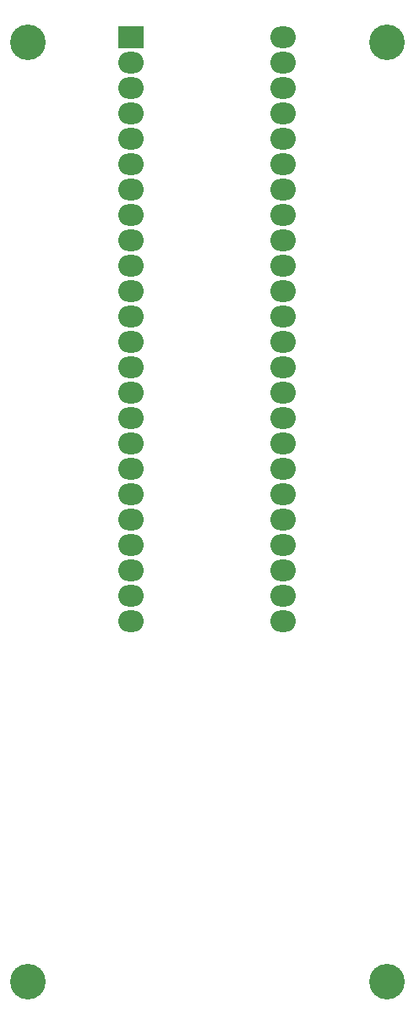
<source format=gbs>
%TF.GenerationSoftware,KiCad,Pcbnew,5.1.10-88a1d61d58~88~ubuntu20.10.1*%
%TF.CreationDate,2021-05-14T12:57:49-04:00*%
%TF.ProjectId,lick_detector_interface,6c69636b-5f64-4657-9465-63746f725f69,1.0*%
%TF.SameCoordinates,Original*%
%TF.FileFunction,Soldermask,Bot*%
%TF.FilePolarity,Negative*%
%FSLAX46Y46*%
G04 Gerber Fmt 4.6, Leading zero omitted, Abs format (unit mm)*
G04 Created by KiCad (PCBNEW 5.1.10-88a1d61d58~88~ubuntu20.10.1) date 2021-05-14 12:57:49*
%MOMM*%
%LPD*%
G01*
G04 APERTURE LIST*
%ADD10O,2.540000X2.184400*%
%ADD11R,2.540000X2.184400*%
%ADD12C,3.556000*%
G04 APERTURE END LIST*
D10*
%TO.C,TEENSY1*%
X167620000Y-67050000D03*
X167620000Y-89910000D03*
X167620000Y-87370000D03*
X167620000Y-77210000D03*
X167620000Y-79750000D03*
X167620000Y-69590000D03*
X167620000Y-74670000D03*
X167620000Y-84830000D03*
X167620000Y-82290000D03*
X167620000Y-72130000D03*
X152380000Y-67050000D03*
X152380000Y-89910000D03*
X152380000Y-87370000D03*
X152380000Y-77210000D03*
X152380000Y-84830000D03*
X152380000Y-72130000D03*
X152380000Y-79750000D03*
X152380000Y-82290000D03*
X152380000Y-69590000D03*
X152380000Y-74670000D03*
X167620000Y-31490000D03*
X167620000Y-34030000D03*
X167620000Y-36570000D03*
X167620000Y-39110000D03*
X167620000Y-41650000D03*
X167620000Y-44190000D03*
X167620000Y-46730000D03*
X167620000Y-49270000D03*
X167620000Y-51810000D03*
X167620000Y-54350000D03*
X167620000Y-56890000D03*
X167620000Y-59430000D03*
X167620000Y-61970000D03*
X167620000Y-64510000D03*
X152380000Y-64510000D03*
X152380000Y-61970000D03*
X152380000Y-59430000D03*
X152380000Y-56890000D03*
X152380000Y-54350000D03*
X152380000Y-51810000D03*
X152380000Y-49270000D03*
X152380000Y-46730000D03*
X152380000Y-44190000D03*
X152380000Y-41650000D03*
X152380000Y-39110000D03*
X152380000Y-36570000D03*
X152380000Y-34030000D03*
D11*
X152380000Y-31490000D03*
%TD*%
D12*
%TO.C,MH1*%
X142000000Y-32000000D03*
%TD*%
%TO.C,MH2*%
X178000000Y-32000000D03*
%TD*%
%TO.C,MH3*%
X178000000Y-126000000D03*
%TD*%
%TO.C,MH4*%
X142000000Y-126000000D03*
%TD*%
M02*

</source>
